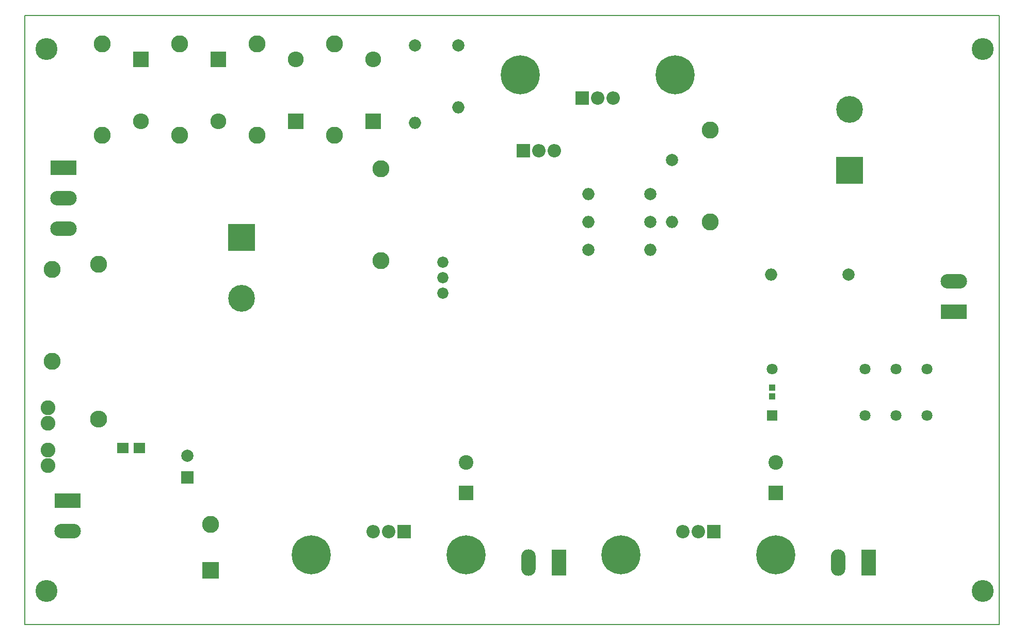
<source format=gbr>
%TF.GenerationSoftware,KiCad,Pcbnew,(5.1.2)-2*%
%TF.CreationDate,2019-08-07T11:35:21+02:00*%
%TF.ProjectId,PowerSupply-6SN7,506f7765-7253-4757-9070-6c792d36534e,rev?*%
%TF.SameCoordinates,Original*%
%TF.FileFunction,Soldermask,Bot*%
%TF.FilePolarity,Negative*%
%FSLAX46Y46*%
G04 Gerber Fmt 4.6, Leading zero omitted, Abs format (unit mm)*
G04 Created by KiCad (PCBNEW (5.1.2)-2) date 2019-08-07 11:35:21*
%MOMM*%
%LPD*%
G04 APERTURE LIST*
%ADD10C,0.150000*%
%ADD11C,2.000000*%
%ADD12O,2.000000X2.000000*%
%ADD13R,4.360000X2.380000*%
%ADD14O,4.360000X2.380000*%
%ADD15R,2.000000X2.000000*%
%ADD16C,1.840000*%
%ADD17R,2.200000X2.200000*%
%ADD18O,2.200000X2.200000*%
%ADD19C,2.800000*%
%ADD20C,6.399480*%
%ADD21R,4.400000X4.400000*%
%ADD22C,4.400000*%
%ADD23R,2.380000X4.360000*%
%ADD24O,2.380000X4.360000*%
%ADD25O,2.800000X2.800000*%
%ADD26R,2.400000X2.400000*%
%ADD27C,2.400000*%
%ADD28R,2.800000X2.800000*%
%ADD29R,1.900000X1.700000*%
%ADD30C,2.420000*%
%ADD31R,1.100000X1.000000*%
%ADD32R,1.800000X1.800000*%
%ADD33C,1.800000*%
%ADD34C,3.600000*%
%ADD35R,2.600000X2.600000*%
%ADD36O,2.600000X2.600000*%
G04 APERTURE END LIST*
D10*
X55075000Y-144925000D02*
X214925000Y-144925000D01*
X55075000Y-45075000D02*
X55075000Y-144925000D01*
X214925000Y-45075000D02*
X55075000Y-45075000D01*
X214925000Y-144925000D02*
X214925000Y-45075000D01*
D11*
X190208000Y-87526000D03*
D12*
X177508000Y-87526000D03*
D13*
X62065000Y-124610000D03*
D14*
X62065000Y-129610000D03*
D15*
X81750000Y-120800000D03*
D11*
X81750000Y-117300000D03*
D13*
X207480000Y-93622000D03*
D14*
X207480000Y-88622000D03*
D16*
X123660000Y-85494000D03*
X123660000Y-88034000D03*
X123660000Y-90574000D03*
D11*
X157696000Y-74318000D03*
D12*
X147536000Y-74318000D03*
D11*
X126200000Y-49934000D03*
D12*
X126200000Y-60094000D03*
D11*
X119088000Y-49934000D03*
D12*
X119088000Y-62634000D03*
D11*
X147536000Y-83462000D03*
D12*
X157696000Y-83462000D03*
D11*
X157696000Y-78890000D03*
D12*
X147536000Y-78890000D03*
D11*
X161252000Y-68730000D03*
D12*
X161252000Y-78890000D03*
D17*
X136868000Y-67206000D03*
D18*
X139408000Y-67206000D03*
X141948000Y-67206000D03*
D19*
X167475000Y-78890000D03*
X167475000Y-63890000D03*
D17*
X146520000Y-58570000D03*
D18*
X149060000Y-58570000D03*
X151600000Y-58570000D03*
D20*
X161760000Y-54760000D03*
X136360000Y-54760000D03*
D21*
X190335000Y-70475000D03*
D22*
X190335000Y-60475000D03*
D19*
X113500000Y-85240000D03*
X113500000Y-70240000D03*
D21*
X90640000Y-81430000D03*
D22*
X90640000Y-91430000D03*
D13*
X61430000Y-70000000D03*
D14*
X61430000Y-75000000D03*
X61430000Y-80000000D03*
D19*
X93180000Y-49680000D03*
X93180000Y-64680000D03*
X105880000Y-49680000D03*
X105880000Y-64680000D03*
X80480000Y-49680000D03*
X80480000Y-64680000D03*
X67780000Y-49680000D03*
X67780000Y-64680000D03*
D23*
X193510000Y-134770000D03*
D24*
X188510000Y-134770000D03*
D19*
X67145000Y-85875000D03*
D25*
X67145000Y-111275000D03*
D19*
X59525000Y-86750000D03*
X59525000Y-101750000D03*
D23*
X142710000Y-134770000D03*
D24*
X137710000Y-134770000D03*
D17*
X168110000Y-129690000D03*
D18*
X165570000Y-129690000D03*
X163030000Y-129690000D03*
D20*
X178270000Y-133500000D03*
X152870000Y-133500000D03*
D26*
X178270000Y-123340000D03*
D27*
X178270000Y-118340000D03*
D26*
X127470000Y-123340000D03*
D27*
X127470000Y-118340000D03*
D28*
X85560000Y-136040000D03*
D19*
X85560000Y-128540000D03*
D20*
X102070000Y-133500000D03*
X127470000Y-133500000D03*
D17*
X117310000Y-129690000D03*
D18*
X114770000Y-129690000D03*
X112230000Y-129690000D03*
D29*
X71176000Y-115974000D03*
X73876000Y-115974000D03*
D30*
X58890000Y-116355000D03*
X58890000Y-118895000D03*
D31*
X177635000Y-107530000D03*
X177635000Y-106130000D03*
D30*
X58890000Y-111910000D03*
X58890000Y-109370000D03*
D32*
X177635000Y-110640000D03*
D33*
X177635000Y-103020000D03*
X197945000Y-110640000D03*
X203035000Y-110640000D03*
X192875000Y-110640000D03*
X197965000Y-103010000D03*
X203045000Y-103010000D03*
X192875000Y-103020000D03*
D34*
X212240000Y-139450000D03*
X58600000Y-139450000D03*
X212240000Y-50550000D03*
X58600000Y-50550000D03*
D35*
X86830000Y-52220000D03*
D36*
X86830000Y-62380000D03*
D35*
X99530000Y-62380000D03*
D36*
X99530000Y-52220000D03*
D35*
X112230000Y-62380000D03*
D36*
X112230000Y-52220000D03*
D35*
X74130000Y-52220000D03*
D36*
X74130000Y-62380000D03*
M02*

</source>
